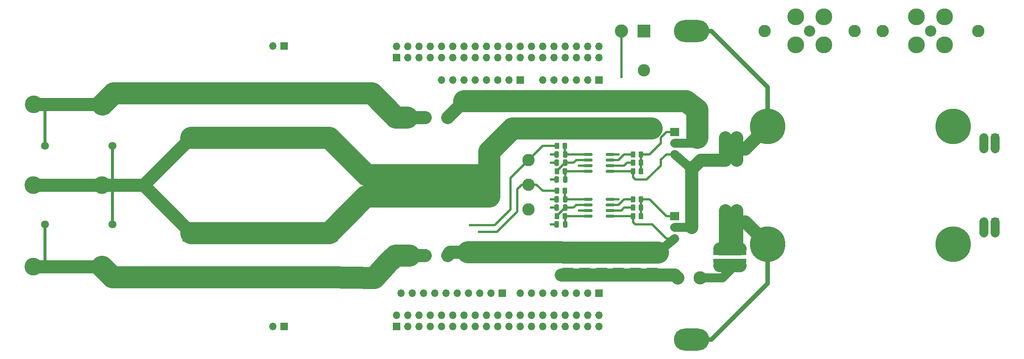
<source format=gbr>
%TF.GenerationSoftware,KiCad,Pcbnew,8.0.8*%
%TF.CreationDate,2025-05-22T14:29:20-05:00*%
%TF.ProjectId,ST2402,53543234-3032-42e6-9b69-6361645f7063,1*%
%TF.SameCoordinates,Original*%
%TF.FileFunction,Copper,L1,Top*%
%TF.FilePolarity,Positive*%
%FSLAX46Y46*%
G04 Gerber Fmt 4.6, Leading zero omitted, Abs format (unit mm)*
G04 Created by KiCad (PCBNEW 8.0.8) date 2025-05-22 14:29:20*
%MOMM*%
%LPD*%
G01*
G04 APERTURE LIST*
G04 Aperture macros list*
%AMRoundRect*
0 Rectangle with rounded corners*
0 $1 Rounding radius*
0 $2 $3 $4 $5 $6 $7 $8 $9 X,Y pos of 4 corners*
0 Add a 4 corners polygon primitive as box body*
4,1,4,$2,$3,$4,$5,$6,$7,$8,$9,$2,$3,0*
0 Add four circle primitives for the rounded corners*
1,1,$1+$1,$2,$3*
1,1,$1+$1,$4,$5*
1,1,$1+$1,$6,$7*
1,1,$1+$1,$8,$9*
0 Add four rect primitives between the rounded corners*
20,1,$1+$1,$2,$3,$4,$5,0*
20,1,$1+$1,$4,$5,$6,$7,0*
20,1,$1+$1,$6,$7,$8,$9,0*
20,1,$1+$1,$8,$9,$2,$3,0*%
G04 Aperture macros list end*
%TA.AperFunction,ComponentPad*%
%ADD10O,8.000000X5.000000*%
%TD*%
%TA.AperFunction,ComponentPad*%
%ADD11C,2.800000*%
%TD*%
%TA.AperFunction,ComponentPad*%
%ADD12C,2.540000*%
%TD*%
%TA.AperFunction,ComponentPad*%
%ADD13C,3.810000*%
%TD*%
%TA.AperFunction,SMDPad,CuDef*%
%ADD14RoundRect,0.250000X1.100000X-0.325000X1.100000X0.325000X-1.100000X0.325000X-1.100000X-0.325000X0*%
%TD*%
%TA.AperFunction,SMDPad,CuDef*%
%ADD15RoundRect,0.250000X-1.100000X0.325000X-1.100000X-0.325000X1.100000X-0.325000X1.100000X0.325000X0*%
%TD*%
%TA.AperFunction,ComponentPad*%
%ADD16C,2.000000*%
%TD*%
%TA.AperFunction,SMDPad,CuDef*%
%ADD17RoundRect,0.250000X-0.262500X-0.450000X0.262500X-0.450000X0.262500X0.450000X-0.262500X0.450000X0*%
%TD*%
%TA.AperFunction,ComponentPad*%
%ADD18R,1.700000X1.700000*%
%TD*%
%TA.AperFunction,ComponentPad*%
%ADD19O,1.700000X1.700000*%
%TD*%
%TA.AperFunction,SMDPad,CuDef*%
%ADD20RoundRect,0.250000X0.450000X-0.262500X0.450000X0.262500X-0.450000X0.262500X-0.450000X-0.262500X0*%
%TD*%
%TA.AperFunction,ComponentPad*%
%ADD21R,2.000000X1.905000*%
%TD*%
%TA.AperFunction,ComponentPad*%
%ADD22O,2.000000X1.905000*%
%TD*%
%TA.AperFunction,SMDPad,CuDef*%
%ADD23RoundRect,0.250000X0.262500X0.450000X-0.262500X0.450000X-0.262500X-0.450000X0.262500X-0.450000X0*%
%TD*%
%TA.AperFunction,ComponentPad*%
%ADD24C,8.000000*%
%TD*%
%TA.AperFunction,SMDPad,CuDef*%
%ADD25RoundRect,0.150000X-0.825000X-0.150000X0.825000X-0.150000X0.825000X0.150000X-0.825000X0.150000X0*%
%TD*%
%TA.AperFunction,SMDPad,CuDef*%
%ADD26RoundRect,0.250000X0.250000X0.475000X-0.250000X0.475000X-0.250000X-0.475000X0.250000X-0.475000X0*%
%TD*%
%TA.AperFunction,ComponentPad*%
%ADD27C,3.000000*%
%TD*%
%TA.AperFunction,ComponentPad*%
%ADD28R,3.000000X3.000000*%
%TD*%
%TA.AperFunction,ComponentPad*%
%ADD29C,1.800000*%
%TD*%
%TA.AperFunction,ComponentPad*%
%ADD30R,4.000000X4.000000*%
%TD*%
%TA.AperFunction,ComponentPad*%
%ADD31C,4.000000*%
%TD*%
%TA.AperFunction,ViaPad*%
%ADD32C,0.600000*%
%TD*%
%TA.AperFunction,Conductor*%
%ADD33C,1.000000*%
%TD*%
%TA.AperFunction,Conductor*%
%ADD34C,0.500000*%
%TD*%
%TA.AperFunction,Conductor*%
%ADD35C,2.000000*%
%TD*%
%TA.AperFunction,Conductor*%
%ADD36C,3.000000*%
%TD*%
%TA.AperFunction,Conductor*%
%ADD37C,5.000000*%
%TD*%
%TA.AperFunction,Conductor*%
%ADD38C,0.700000*%
%TD*%
G04 APERTURE END LIST*
D10*
%TO.P,TP2,1,1*%
%TO.N,Net-(J19-In)*%
X184150000Y-132080000D03*
%TD*%
%TO.P,TP1,1,1*%
%TO.N,FIX_A*%
X184150000Y-62230000D03*
%TD*%
D11*
%TO.P,TP12,1,1*%
%TO.N,GND*%
X173355000Y-71120000D03*
%TD*%
%TO.P,TP11,1,1*%
%TO.N,GND*%
X147320000Y-102616000D03*
%TD*%
%TO.P,TP6,1,1*%
%TO.N,FIX_A*%
X184150000Y-97155000D03*
%TD*%
%TO.P,TP15,1,1*%
%TO.N,Net-(J18-Pin_1)*%
X220980000Y-62230000D03*
%TD*%
%TO.P,TP14,1,1*%
%TO.N,Net-(J19-In)*%
X200660000Y-62230000D03*
%TD*%
%TO.P,TP13,1,1*%
%TO.N,Net-(J12-Pin_1)*%
X248920000Y-62230000D03*
%TD*%
%TO.P,TP10,1,1*%
%TO.N,Net-(J11-Pin_1)*%
X227330000Y-62230000D03*
%TD*%
%TO.P,TP5,1,1*%
%TO.N,PWM_L*%
X147320000Y-97028000D03*
%TD*%
%TO.P,TP4,1,1*%
%TO.N,PWM_U*%
X147320000Y-91440000D03*
%TD*%
D12*
%TO.P,J19,1,In*%
%TO.N,Net-(J19-In)*%
X210820000Y-62230000D03*
D13*
%TO.P,J19,2,Ext*%
%TO.N,Net-(J18-Pin_1)*%
X207645000Y-59055000D03*
X207645000Y-65405000D03*
X213995000Y-59055000D03*
X213995000Y-65405000D03*
%TD*%
D12*
%TO.P,J13,1,In*%
%TO.N,Net-(J11-Pin_1)*%
X238125000Y-62230000D03*
D13*
%TO.P,J13,2,Ext*%
%TO.N,Net-(J12-Pin_1)*%
X234950000Y-59055000D03*
X234950000Y-65405000D03*
X241300000Y-59055000D03*
X241300000Y-65405000D03*
%TD*%
D14*
%TO.P,C24,1*%
%TO.N,FIX_B*%
X156210000Y-116410000D03*
%TO.P,C24,2*%
%TO.N,Net-(Q2-S)*%
X156210000Y-113460000D03*
%TD*%
D15*
%TO.P,C23,1*%
%TO.N,Net-(Q1-D)*%
X156210000Y-79805000D03*
%TO.P,C23,2*%
%TO.N,FIX_B*%
X156210000Y-82755000D03*
%TD*%
D14*
%TO.P,C22,1*%
%TO.N,FIX_B*%
X160020000Y-116410000D03*
%TO.P,C22,2*%
%TO.N,Net-(Q2-S)*%
X160020000Y-113460000D03*
%TD*%
D15*
%TO.P,C1,1*%
%TO.N,Net-(Q1-D)*%
X160020000Y-79805000D03*
%TO.P,C1,2*%
%TO.N,FIX_B*%
X160020000Y-82755000D03*
%TD*%
D16*
%TO.P,F2,1*%
%TO.N,Net-(Q2-S)*%
X129032000Y-113040000D03*
%TO.P,F2,2*%
%TO.N,Net-(J17-Pin_1)*%
X123952000Y-113030000D03*
%TD*%
D17*
%TO.P,R18,1*%
%TO.N,PWM_U*%
X153712500Y-88265000D03*
%TO.P,R18,2*%
%TO.N,Net-(U6-VI)*%
X155537500Y-88265000D03*
%TD*%
D18*
%TO.P,J11,1,Pin_1*%
%TO.N,Net-(J11-Pin_1)*%
X252750000Y-105430000D03*
D19*
%TO.P,J11,2,Pin_2*%
X250210000Y-105430000D03*
%TO.P,J11,3,Pin_3*%
X252750000Y-107970000D03*
%TO.P,J11,4,Pin_4*%
X250210000Y-107970000D03*
%TD*%
D15*
%TO.P,C16,1*%
%TO.N,Net-(Q1-D)*%
X167640000Y-79805000D03*
%TO.P,C16,2*%
%TO.N,FIX_B*%
X167640000Y-82755000D03*
%TD*%
D20*
%TO.P,R3,1*%
%TO.N,Net-(J18-Pin_1)*%
X193818000Y-114300000D03*
%TO.P,R3,2*%
%TO.N,Net-(J19-In)*%
X193818000Y-112475000D03*
%TD*%
D21*
%TO.P,Q1,1,G*%
%TO.N,Net-(Q1-G)*%
X180340000Y-85090000D03*
D22*
%TO.P,Q1,2,D*%
%TO.N,Net-(Q1-D)*%
X180340000Y-87630000D03*
%TO.P,Q1,3,S*%
%TO.N,FIX_A*%
X180340000Y-90170000D03*
%TD*%
D18*
%TO.P,J22,1,Pin_1*%
%TO.N,Net-(J19-In)*%
X191765000Y-102885000D03*
D19*
%TO.P,J22,2,Pin_2*%
X194305000Y-102885000D03*
%TO.P,J22,3,Pin_3*%
X191765000Y-105425000D03*
%TO.P,J22,4,Pin_4*%
X194305000Y-105425000D03*
%TO.P,J22,5,Pin_5*%
X191765000Y-107965000D03*
%TO.P,J22,6,Pin_6*%
X194305000Y-107965000D03*
%TD*%
D18*
%TO.P,J2,1,Pin_1*%
%TO.N,unconnected-(J2-Pin_1-Pad1)*%
X117475000Y-68275000D03*
D19*
%TO.P,J2,2,Pin_2*%
%TO.N,unconnected-(J2-Pin_2-Pad2)*%
X117475000Y-65735000D03*
%TO.P,J2,3,Pin_3*%
%TO.N,unconnected-(J2-Pin_3-Pad3)*%
X120015000Y-68275000D03*
%TO.P,J2,4,Pin_4*%
%TO.N,unconnected-(J2-Pin_4-Pad4)*%
X120015000Y-65735000D03*
%TO.P,J2,5,Pin_5*%
%TO.N,unconnected-(J2-Pin_5-Pad5)*%
X122555000Y-68275000D03*
%TO.P,J2,6,Pin_6*%
%TO.N,unconnected-(J2-Pin_6-Pad6)*%
X122555000Y-65735000D03*
%TO.P,J2,7,Pin_7*%
%TO.N,unconnected-(J2-Pin_7-Pad7)*%
X125095000Y-68275000D03*
%TO.P,J2,8,Pin_8*%
%TO.N,unconnected-(J2-Pin_8-Pad8)*%
X125095000Y-65735000D03*
%TO.P,J2,9,Pin_9*%
%TO.N,unconnected-(J2-Pin_9-Pad9)*%
X127635000Y-68275000D03*
%TO.P,J2,10,Pin_10*%
%TO.N,unconnected-(J2-Pin_10-Pad10)*%
X127635000Y-65735000D03*
%TO.P,J2,11,Pin_11*%
%TO.N,unconnected-(J2-Pin_11-Pad11)*%
X130175000Y-68275000D03*
%TO.P,J2,12,Pin_12*%
%TO.N,unconnected-(J2-Pin_12-Pad12)*%
X130175000Y-65735000D03*
%TO.P,J2,13,Pin_13*%
%TO.N,unconnected-(J2-Pin_13-Pad13)*%
X132715000Y-68275000D03*
%TO.P,J2,14,Pin_14*%
%TO.N,unconnected-(J2-Pin_14-Pad14)*%
X132715000Y-65735000D03*
%TO.P,J2,15,Pin_15*%
%TO.N,unconnected-(J2-Pin_15-Pad15)*%
X135255000Y-68275000D03*
%TO.P,J2,16,Pin_16*%
%TO.N,unconnected-(J2-Pin_16-Pad16)*%
X135255000Y-65735000D03*
%TO.P,J2,17,Pin_17*%
%TO.N,unconnected-(J2-Pin_17-Pad17)*%
X137795000Y-68275000D03*
%TO.P,J2,18,Pin_18*%
%TO.N,unconnected-(J2-Pin_18-Pad18)*%
X137795000Y-65735000D03*
%TO.P,J2,19,Pin_19*%
%TO.N,unconnected-(J2-Pin_19-Pad19)*%
X140335000Y-68275000D03*
%TO.P,J2,20,Pin_20*%
%TO.N,unconnected-(J2-Pin_20-Pad20)*%
X140335000Y-65735000D03*
%TO.P,J2,21,Pin_21*%
%TO.N,unconnected-(J2-Pin_21-Pad21)*%
X142875000Y-68275000D03*
%TO.P,J2,22,Pin_22*%
%TO.N,unconnected-(J2-Pin_22-Pad22)*%
X142875000Y-65735000D03*
%TO.P,J2,23,Pin_23*%
%TO.N,unconnected-(J2-Pin_23-Pad23)*%
X145415000Y-68275000D03*
%TO.P,J2,24,Pin_24*%
%TO.N,unconnected-(J2-Pin_24-Pad24)*%
X145415000Y-65735000D03*
%TO.P,J2,25,Pin_25*%
%TO.N,unconnected-(J2-Pin_25-Pad25)*%
X147955000Y-68275000D03*
%TO.P,J2,26,Pin_26*%
%TO.N,unconnected-(J2-Pin_26-Pad26)*%
X147955000Y-65735000D03*
%TO.P,J2,27,Pin_27*%
%TO.N,unconnected-(J2-Pin_27-Pad27)*%
X150495000Y-68275000D03*
%TO.P,J2,28,Pin_28*%
%TO.N,unconnected-(J2-Pin_28-Pad28)*%
X150495000Y-65735000D03*
%TO.P,J2,29,Pin_29*%
%TO.N,unconnected-(J2-Pin_29-Pad29)*%
X153035000Y-68275000D03*
%TO.P,J2,30,Pin_30*%
%TO.N,unconnected-(J2-Pin_30-Pad30)*%
X153035000Y-65735000D03*
%TO.P,J2,31,Pin_31*%
%TO.N,unconnected-(J2-Pin_31-Pad31)*%
X155575000Y-68275000D03*
%TO.P,J2,32,Pin_32*%
%TO.N,unconnected-(J2-Pin_32-Pad32)*%
X155575000Y-65735000D03*
%TO.P,J2,33,Pin_33*%
%TO.N,unconnected-(J2-Pin_33-Pad33)*%
X158115000Y-68275000D03*
%TO.P,J2,34,Pin_34*%
%TO.N,unconnected-(J2-Pin_34-Pad34)*%
X158115000Y-65735000D03*
%TO.P,J2,35,Pin_35*%
%TO.N,unconnected-(J2-Pin_35-Pad35)*%
X160655000Y-68275000D03*
%TO.P,J2,36,Pin_36*%
%TO.N,unconnected-(J2-Pin_36-Pad36)*%
X160655000Y-65735000D03*
%TO.P,J2,37,Pin_37*%
%TO.N,unconnected-(J2-Pin_37-Pad37)*%
X163195000Y-68275000D03*
%TO.P,J2,38,Pin_38*%
%TO.N,unconnected-(J2-Pin_38-Pad38)*%
X163195000Y-65735000D03*
%TD*%
D18*
%TO.P,J12,1,Pin_1*%
%TO.N,Net-(J12-Pin_1)*%
X252750000Y-86380000D03*
D19*
%TO.P,J12,2,Pin_2*%
X250210000Y-86380000D03*
%TO.P,J12,3,Pin_3*%
X252750000Y-88920000D03*
%TO.P,J12,4,Pin_4*%
X250210000Y-88920000D03*
%TD*%
D18*
%TO.P,J4,1,Pin_1*%
%TO.N,unconnected-(J4-Pin_1-Pad1)*%
X145415000Y-73355000D03*
D19*
%TO.P,J4,2,Pin_2*%
%TO.N,unconnected-(J4-Pin_2-Pad2)*%
X142875000Y-73355000D03*
%TO.P,J4,3,Pin_3*%
%TO.N,GND*%
X140335000Y-73355000D03*
%TO.P,J4,4,Pin_4*%
%TO.N,5V*%
X137795000Y-73355000D03*
%TO.P,J4,5,Pin_5*%
%TO.N,unconnected-(J4-Pin_5-Pad5)*%
X135255000Y-73355000D03*
%TO.P,J4,6,Pin_6*%
%TO.N,unconnected-(J4-Pin_6-Pad6)*%
X132715000Y-73355000D03*
%TO.P,J4,7,Pin_7*%
%TO.N,unconnected-(J4-Pin_7-Pad7)*%
X130175000Y-73355000D03*
%TO.P,J4,8,Pin_8*%
%TO.N,unconnected-(J4-Pin_8-Pad8)*%
X127635000Y-73355000D03*
%TD*%
D23*
%TO.P,R30,1*%
%TO.N,Net-(Q1-G)*%
X172720000Y-93980000D03*
%TO.P,R30,2*%
%TO.N,FIX_A*%
X170895000Y-93980000D03*
%TD*%
D24*
%TO.P,TP18,1,1*%
%TO.N,Net-(J12-Pin_1)*%
X243205000Y-83820000D03*
%TD*%
D25*
%TO.P,U8,1,VI*%
%TO.N,Net-(U8-VI)*%
X160785000Y-100330000D03*
%TO.P,U8,2,VDDI*%
%TO.N,Net-(J9-Pin_2)*%
X160785000Y-101600000D03*
%TO.P,U8,3,GNDI*%
%TO.N,GND*%
X160785000Y-102870000D03*
%TO.P,U8,4,EN*%
%TO.N,Net-(U8-EN)*%
X160785000Y-104140000D03*
%TO.P,U8,5,GND*%
%TO.N,Net-(Q2-S)*%
X165735000Y-104140000D03*
%TO.P,U8,6,VO-*%
%TO.N,Net-(U8-VO-)*%
X165735000Y-102870000D03*
%TO.P,U8,7,VO+*%
%TO.N,Net-(U8-VO+)*%
X165735000Y-101600000D03*
%TO.P,U8,8,VDD*%
%TO.N,Net-(U7-+Vout)*%
X165735000Y-100330000D03*
%TD*%
D26*
%TO.P,C8,1*%
%TO.N,Net-(U6-EN)*%
X155575000Y-95885000D03*
%TO.P,C8,2*%
%TO.N,GND*%
X153675000Y-95885000D03*
%TD*%
D17*
%TO.P,R21,1*%
%TO.N,Net-(J9-Pin_2)*%
X153712500Y-104140000D03*
%TO.P,R21,2*%
%TO.N,Net-(U8-EN)*%
X155537500Y-104140000D03*
%TD*%
D27*
%TO.P,J14,1,Pin_1*%
%TO.N,FIX_B*%
X180975000Y-118110000D03*
%TD*%
D26*
%TO.P,C3,1*%
%TO.N,Net-(U8-VI)*%
X155575000Y-100330000D03*
%TO.P,C3,2*%
%TO.N,GND*%
X153675000Y-100330000D03*
%TD*%
D23*
%TO.P,R31,1*%
%TO.N,Net-(Q2-G)*%
X172720000Y-104140000D03*
%TO.P,R31,2*%
%TO.N,Net-(Q2-S)*%
X170895000Y-104140000D03*
%TD*%
D28*
%TO.P,J9,1,Pin_1*%
%TO.N,GND*%
X173355000Y-62230000D03*
D27*
%TO.P,J9,2,Pin_2*%
%TO.N,Net-(J9-Pin_2)*%
X168275000Y-62230000D03*
%TD*%
D15*
%TO.P,C12,1*%
%TO.N,Net-(Q1-D)*%
X163830000Y-79805000D03*
%TO.P,C12,2*%
%TO.N,FIX_B*%
X163830000Y-82755000D03*
%TD*%
D16*
%TO.P,F1,1*%
%TO.N,Net-(Q1-D)*%
X129032000Y-81798000D03*
%TO.P,F1,2*%
%TO.N,Net-(J15-Pin_1)*%
X123952000Y-81788000D03*
%TD*%
D17*
%TO.P,R23,1*%
%TO.N,Net-(U8-VO-)*%
X170895000Y-102235000D03*
%TO.P,R23,2*%
%TO.N,Net-(Q2-G)*%
X172720000Y-102235000D03*
%TD*%
%TO.P,R19,1*%
%TO.N,PWM_L*%
X153712500Y-98425000D03*
%TO.P,R19,2*%
%TO.N,Net-(U8-VI)*%
X155537500Y-98425000D03*
%TD*%
%TO.P,R29,1*%
%TO.N,Net-(U6-VO-)*%
X170895000Y-92075000D03*
%TO.P,R29,2*%
%TO.N,Net-(Q1-G)*%
X172720000Y-92075000D03*
%TD*%
D14*
%TO.P,C19,1*%
%TO.N,FIX_B*%
X171450000Y-116410000D03*
%TO.P,C19,2*%
%TO.N,Net-(Q2-S)*%
X171450000Y-113460000D03*
%TD*%
D17*
%TO.P,R22,1*%
%TO.N,Net-(U8-VO+)*%
X170895000Y-100330000D03*
%TO.P,R22,2*%
%TO.N,Net-(Q2-G)*%
X172720000Y-100330000D03*
%TD*%
D29*
%TO.P,R9,1*%
%TO.N,Net-(J15-Pin_1)*%
X38100000Y-88265000D03*
%TO.P,R9,2*%
%TO.N,FIX_B*%
X53340000Y-88265000D03*
%TD*%
D25*
%TO.P,U6,1,VI*%
%TO.N,Net-(U6-VI)*%
X160785000Y-90170000D03*
%TO.P,U6,2,VDDI*%
%TO.N,Net-(J9-Pin_2)*%
X160785000Y-91440000D03*
%TO.P,U6,3,GNDI*%
%TO.N,GND*%
X160785000Y-92710000D03*
%TO.P,U6,4,EN*%
%TO.N,Net-(U6-EN)*%
X160785000Y-93980000D03*
%TO.P,U6,5,GND*%
%TO.N,FIX_A*%
X165735000Y-93980000D03*
%TO.P,U6,6,VO-*%
%TO.N,Net-(U6-VO-)*%
X165735000Y-92710000D03*
%TO.P,U6,7,VO+*%
%TO.N,Net-(U6-VO+)*%
X165735000Y-91440000D03*
%TO.P,U6,8,VDD*%
%TO.N,Net-(U1-+Vout)*%
X165735000Y-90170000D03*
%TD*%
D24*
%TO.P,TP17,1,1*%
%TO.N,Net-(J19-In)*%
X201295000Y-110490000D03*
%TD*%
D30*
%TO.P,C14,1*%
%TO.N,FIX_B*%
X102235000Y-107950000D03*
D31*
%TO.P,C14,2*%
%TO.N,Net-(J17-Pin_1)*%
X102235000Y-117950000D03*
%TD*%
D18*
%TO.P,J1,1,Pin_1*%
%TO.N,unconnected-(J1-Pin_1-Pad1)*%
X117475000Y-129185000D03*
D19*
%TO.P,J1,2,Pin_2*%
%TO.N,unconnected-(J1-Pin_2-Pad2)*%
X117475000Y-126645000D03*
%TO.P,J1,3,Pin_3*%
%TO.N,unconnected-(J1-Pin_3-Pad3)*%
X120015000Y-129185000D03*
%TO.P,J1,4,Pin_4*%
%TO.N,unconnected-(J1-Pin_4-Pad4)*%
X120015000Y-126645000D03*
%TO.P,J1,5,Pin_5*%
%TO.N,unconnected-(J1-Pin_5-Pad5)*%
X122555000Y-129185000D03*
%TO.P,J1,6,Pin_6*%
%TO.N,unconnected-(J1-Pin_6-Pad6)*%
X122555000Y-126645000D03*
%TO.P,J1,7,Pin_7*%
%TO.N,unconnected-(J1-Pin_7-Pad7)*%
X125095000Y-129185000D03*
%TO.P,J1,8,Pin_8*%
%TO.N,unconnected-(J1-Pin_8-Pad8)*%
X125095000Y-126645000D03*
%TO.P,J1,9,Pin_9*%
%TO.N,unconnected-(J1-Pin_9-Pad9)*%
X127635000Y-129185000D03*
%TO.P,J1,10,Pin_10*%
%TO.N,unconnected-(J1-Pin_10-Pad10)*%
X127635000Y-126645000D03*
%TO.P,J1,11,Pin_11*%
%TO.N,unconnected-(J1-Pin_11-Pad11)*%
X130175000Y-129185000D03*
%TO.P,J1,12,Pin_12*%
%TO.N,unconnected-(J1-Pin_12-Pad12)*%
X130175000Y-126645000D03*
%TO.P,J1,13,Pin_13*%
%TO.N,unconnected-(J1-Pin_13-Pad13)*%
X132715000Y-129185000D03*
%TO.P,J1,14,Pin_14*%
%TO.N,unconnected-(J1-Pin_14-Pad14)*%
X132715000Y-126645000D03*
%TO.P,J1,15,Pin_15*%
%TO.N,unconnected-(J1-Pin_15-Pad15)*%
X135255000Y-129185000D03*
%TO.P,J1,16,Pin_16*%
%TO.N,unconnected-(J1-Pin_16-Pad16)*%
X135255000Y-126645000D03*
%TO.P,J1,17,Pin_17*%
%TO.N,unconnected-(J1-Pin_17-Pad17)*%
X137795000Y-129185000D03*
%TO.P,J1,18,Pin_18*%
%TO.N,unconnected-(J1-Pin_18-Pad18)*%
X137795000Y-126645000D03*
%TO.P,J1,19,Pin_19*%
%TO.N,unconnected-(J1-Pin_19-Pad19)*%
X140335000Y-129185000D03*
%TO.P,J1,20,Pin_20*%
%TO.N,unconnected-(J1-Pin_20-Pad20)*%
X140335000Y-126645000D03*
%TO.P,J1,21,Pin_21*%
%TO.N,unconnected-(J1-Pin_21-Pad21)*%
X142875000Y-129185000D03*
%TO.P,J1,22,Pin_22*%
%TO.N,unconnected-(J1-Pin_22-Pad22)*%
X142875000Y-126645000D03*
%TO.P,J1,23,Pin_23*%
%TO.N,unconnected-(J1-Pin_23-Pad23)*%
X145415000Y-129185000D03*
%TO.P,J1,24,Pin_24*%
%TO.N,unconnected-(J1-Pin_24-Pad24)*%
X145415000Y-126645000D03*
%TO.P,J1,25,Pin_25*%
%TO.N,unconnected-(J1-Pin_25-Pad25)*%
X147955000Y-129185000D03*
%TO.P,J1,26,Pin_26*%
%TO.N,unconnected-(J1-Pin_26-Pad26)*%
X147955000Y-126645000D03*
%TO.P,J1,27,Pin_27*%
%TO.N,unconnected-(J1-Pin_27-Pad27)*%
X150495000Y-129185000D03*
%TO.P,J1,28,Pin_28*%
%TO.N,unconnected-(J1-Pin_28-Pad28)*%
X150495000Y-126645000D03*
%TO.P,J1,29,Pin_29*%
%TO.N,unconnected-(J1-Pin_29-Pad29)*%
X153035000Y-129185000D03*
%TO.P,J1,30,Pin_30*%
%TO.N,unconnected-(J1-Pin_30-Pad30)*%
X153035000Y-126645000D03*
%TO.P,J1,31,Pin_31*%
%TO.N,unconnected-(J1-Pin_31-Pad31)*%
X155575000Y-129185000D03*
%TO.P,J1,32,Pin_32*%
%TO.N,unconnected-(J1-Pin_32-Pad32)*%
X155575000Y-126645000D03*
%TO.P,J1,33,Pin_33*%
%TO.N,unconnected-(J1-Pin_33-Pad33)*%
X158115000Y-129185000D03*
%TO.P,J1,34,Pin_34*%
%TO.N,unconnected-(J1-Pin_34-Pad34)*%
X158115000Y-126645000D03*
%TO.P,J1,35,Pin_35*%
%TO.N,unconnected-(J1-Pin_35-Pad35)*%
X160655000Y-129185000D03*
%TO.P,J1,36,Pin_36*%
%TO.N,unconnected-(J1-Pin_36-Pad36)*%
X160655000Y-126645000D03*
%TO.P,J1,37,Pin_37*%
%TO.N,unconnected-(J1-Pin_37-Pad37)*%
X163195000Y-129185000D03*
%TO.P,J1,38,Pin_38*%
%TO.N,unconnected-(J1-Pin_38-Pad38)*%
X163195000Y-126645000D03*
%TD*%
D17*
%TO.P,R24,1*%
%TO.N,Net-(U6-VO+)*%
X170895000Y-90170000D03*
%TO.P,R24,2*%
%TO.N,Net-(Q1-G)*%
X172720000Y-90170000D03*
%TD*%
D30*
%TO.P,C10,1*%
%TO.N,Net-(J15-Pin_1)*%
X71120000Y-76360000D03*
D31*
%TO.P,C10,2*%
%TO.N,FIX_B*%
X71120000Y-86360000D03*
%TD*%
D18*
%TO.P,J8,1,Pin_1*%
%TO.N,unconnected-(J8-Pin_1-Pad1)*%
X92075000Y-65659000D03*
D19*
%TO.P,J8,2,Pin_2*%
%TO.N,unconnected-(J8-Pin_2-Pad2)*%
X89535000Y-65659000D03*
%TD*%
D26*
%TO.P,C7,1*%
%TO.N,Net-(J9-Pin_2)*%
X155575000Y-102235000D03*
%TO.P,C7,2*%
%TO.N,GND*%
X153675000Y-102235000D03*
%TD*%
D14*
%TO.P,C21,1*%
%TO.N,FIX_B*%
X175260000Y-116410000D03*
%TO.P,C21,2*%
%TO.N,Net-(Q2-S)*%
X175260000Y-113460000D03*
%TD*%
D18*
%TO.P,J6,1,Pin_1*%
%TO.N,unconnected-(J6-Pin_1-Pad1)*%
X141395000Y-121585000D03*
D19*
%TO.P,J6,2,Pin_2*%
%TO.N,unconnected-(J6-Pin_2-Pad2)*%
X138855000Y-121585000D03*
%TO.P,J6,3,Pin_3*%
%TO.N,unconnected-(J6-Pin_3-Pad3)*%
X136315000Y-121585000D03*
%TO.P,J6,4,Pin_4*%
%TO.N,unconnected-(J6-Pin_4-Pad4)*%
X133775000Y-121585000D03*
%TO.P,J6,5,Pin_5*%
%TO.N,unconnected-(J6-Pin_5-Pad5)*%
X131235000Y-121585000D03*
%TO.P,J6,6,Pin_6*%
%TO.N,unconnected-(J6-Pin_6-Pad6)*%
X128695000Y-121585000D03*
%TO.P,J6,7,Pin_7*%
%TO.N,unconnected-(J6-Pin_7-Pad7)*%
X126155000Y-121585000D03*
%TO.P,J6,8,Pin_8*%
%TO.N,unconnected-(J6-Pin_8-Pad8)*%
X123615000Y-121585000D03*
%TO.P,J6,9,Pin_9*%
%TO.N,unconnected-(J6-Pin_9-Pad9)*%
X121075000Y-121585000D03*
%TO.P,J6,10,Pin_10*%
%TO.N,unconnected-(J6-Pin_10-Pad10)*%
X118535000Y-121585000D03*
%TD*%
D20*
%TO.P,R1,1*%
%TO.N,Net-(J18-Pin_1)*%
X189738000Y-114300000D03*
%TO.P,R1,2*%
%TO.N,Net-(J19-In)*%
X189738000Y-112475000D03*
%TD*%
D15*
%TO.P,C20,1*%
%TO.N,Net-(Q1-D)*%
X175260000Y-79805000D03*
%TO.P,C20,2*%
%TO.N,FIX_B*%
X175260000Y-82755000D03*
%TD*%
D20*
%TO.P,R4,1*%
%TO.N,Net-(J18-Pin_1)*%
X195818000Y-114300000D03*
%TO.P,R4,2*%
%TO.N,Net-(J19-In)*%
X195818000Y-112475000D03*
%TD*%
D15*
%TO.P,C18,1*%
%TO.N,Net-(Q1-D)*%
X171450000Y-79805000D03*
%TO.P,C18,2*%
%TO.N,FIX_B*%
X171450000Y-82755000D03*
%TD*%
D27*
%TO.P,J18,1,Pin_1*%
%TO.N,Net-(J18-Pin_1)*%
X186055000Y-118110000D03*
%TD*%
D31*
%TO.P,J16,1,Pin_1*%
%TO.N,FIX_B*%
X50930000Y-97155000D03*
X35430000Y-97155000D03*
%TD*%
D26*
%TO.P,C5,1*%
%TO.N,Net-(J9-Pin_2)*%
X155575000Y-92075000D03*
%TO.P,C5,2*%
%TO.N,GND*%
X153675000Y-92075000D03*
%TD*%
D21*
%TO.P,Q2,1,G*%
%TO.N,Net-(Q2-G)*%
X180340000Y-104140000D03*
D22*
%TO.P,Q2,2,D*%
%TO.N,FIX_A*%
X180340000Y-106680000D03*
%TO.P,Q2,3,S*%
%TO.N,Net-(Q2-S)*%
X180340000Y-109220000D03*
%TD*%
D18*
%TO.P,J5,1,Pin_1*%
%TO.N,unconnected-(J5-Pin_1-Pad1)*%
X163195000Y-73355000D03*
D19*
%TO.P,J5,2,Pin_2*%
%TO.N,unconnected-(J5-Pin_2-Pad2)*%
X160655000Y-73355000D03*
%TO.P,J5,3,Pin_3*%
%TO.N,unconnected-(J5-Pin_3-Pad3)*%
X158115000Y-73355000D03*
%TO.P,J5,4,Pin_4*%
%TO.N,unconnected-(J5-Pin_4-Pad4)*%
X155575000Y-73355000D03*
%TO.P,J5,5,Pin_5*%
%TO.N,unconnected-(J5-Pin_5-Pad5)*%
X153035000Y-73355000D03*
%TO.P,J5,6,Pin_6*%
%TO.N,unconnected-(J5-Pin_6-Pad6)*%
X150495000Y-73355000D03*
%TD*%
D24*
%TO.P,TP16,1,1*%
%TO.N,FIX_A*%
X201295000Y-83820000D03*
%TD*%
D29*
%TO.P,R10,1*%
%TO.N,FIX_B*%
X53340000Y-106045000D03*
%TO.P,R10,2*%
%TO.N,Net-(J17-Pin_1)*%
X38100000Y-106045000D03*
%TD*%
D26*
%TO.P,C9,1*%
%TO.N,Net-(U8-EN)*%
X155575000Y-106045000D03*
%TO.P,C9,2*%
%TO.N,GND*%
X153675000Y-106045000D03*
%TD*%
%TO.P,C2,1*%
%TO.N,Net-(U6-VI)*%
X155575000Y-90170000D03*
%TO.P,C2,2*%
%TO.N,GND*%
X153675000Y-90170000D03*
%TD*%
D31*
%TO.P,J17,1,Pin_1*%
%TO.N,Net-(J17-Pin_1)*%
X50930000Y-115570000D03*
X35430000Y-115570000D03*
%TD*%
%TO.P,J15,1,Pin_1*%
%TO.N,Net-(J15-Pin_1)*%
X51060000Y-78900000D03*
X35560000Y-78900000D03*
%TD*%
D14*
%TO.P,C17,1*%
%TO.N,FIX_B*%
X167640000Y-116410000D03*
%TO.P,C17,2*%
%TO.N,Net-(Q2-S)*%
X167640000Y-113460000D03*
%TD*%
D30*
%TO.P,C13,1*%
%TO.N,FIX_B*%
X71120000Y-107950000D03*
D31*
%TO.P,C13,2*%
%TO.N,Net-(J17-Pin_1)*%
X71120000Y-117950000D03*
%TD*%
D18*
%TO.P,J7,1,Pin_1*%
%TO.N,unconnected-(J7-Pin_1-Pad1)*%
X92075000Y-129185000D03*
D19*
%TO.P,J7,2,Pin_2*%
%TO.N,unconnected-(J7-Pin_2-Pad2)*%
X89535000Y-129185000D03*
%TD*%
D14*
%TO.P,C15,1*%
%TO.N,FIX_B*%
X163830000Y-116410000D03*
%TO.P,C15,2*%
%TO.N,Net-(Q2-S)*%
X163830000Y-113460000D03*
%TD*%
D18*
%TO.P,J3,1,Pin_1*%
%TO.N,unconnected-(J3-Pin_1-Pad1)*%
X163195000Y-121585000D03*
D19*
%TO.P,J3,2,Pin_2*%
%TO.N,unconnected-(J3-Pin_2-Pad2)*%
X160655000Y-121585000D03*
%TO.P,J3,3,Pin_3*%
%TO.N,unconnected-(J3-Pin_3-Pad3)*%
X158115000Y-121585000D03*
%TO.P,J3,4,Pin_4*%
%TO.N,unconnected-(J3-Pin_4-Pad4)*%
X155575000Y-121585000D03*
%TO.P,J3,5,Pin_5*%
%TO.N,unconnected-(J3-Pin_5-Pad5)*%
X153035000Y-121585000D03*
%TO.P,J3,6,Pin_6*%
%TO.N,PWM_L*%
X150495000Y-121585000D03*
%TO.P,J3,7,Pin_7*%
%TO.N,PWM_U*%
X147955000Y-121585000D03*
%TO.P,J3,8,Pin_8*%
%TO.N,unconnected-(J3-Pin_8-Pad8)*%
X145415000Y-121585000D03*
%TD*%
D17*
%TO.P,R20,1*%
%TO.N,Net-(J9-Pin_2)*%
X153712500Y-93980000D03*
%TO.P,R20,2*%
%TO.N,Net-(U6-EN)*%
X155537500Y-93980000D03*
%TD*%
D18*
%TO.P,J21,1,Pin_1*%
%TO.N,FIX_A*%
X191770000Y-86360000D03*
D19*
%TO.P,J21,2,Pin_2*%
X194310000Y-86360000D03*
%TO.P,J21,3,Pin_3*%
X191770000Y-88900000D03*
%TO.P,J21,4,Pin_4*%
X194310000Y-88900000D03*
%TO.P,J21,5,Pin_5*%
X191770000Y-91440000D03*
%TO.P,J21,6,Pin_6*%
X194310000Y-91440000D03*
%TD*%
D24*
%TO.P,TP19,1,1*%
%TO.N,Net-(J11-Pin_1)*%
X243205000Y-110490000D03*
%TD*%
D20*
%TO.P,R2,1*%
%TO.N,Net-(J18-Pin_1)*%
X191818000Y-114300000D03*
%TO.P,R2,2*%
%TO.N,Net-(J19-In)*%
X191818000Y-112475000D03*
%TD*%
D30*
%TO.P,C11,1*%
%TO.N,Net-(J15-Pin_1)*%
X102235000Y-76360000D03*
D31*
%TO.P,C11,2*%
%TO.N,FIX_B*%
X102235000Y-86360000D03*
%TD*%
D32*
%TO.N,FIX_B*%
X155575000Y-117856000D03*
X156845000Y-117856000D03*
X156210000Y-117856000D03*
X159385000Y-117856000D03*
X160655000Y-117856000D03*
X160020000Y-117856000D03*
%TO.N,Net-(J9-Pin_2)*%
X168275000Y-72644000D03*
%TO.N,Net-(J18-Pin_1)*%
X190500000Y-115316000D03*
X191262000Y-115316000D03*
X192024000Y-115316000D03*
X193548000Y-115316000D03*
%TO.N,Net-(J19-In)*%
X195072000Y-111506000D03*
X193548000Y-111506000D03*
X192024000Y-111506000D03*
X190500000Y-111506000D03*
%TO.N,PWM_L*%
X136144000Y-107696000D03*
%TO.N,PWM_U*%
X134112000Y-106172000D03*
%TO.N,Net-(Q2-S)*%
X175260000Y-106045000D03*
%TO.N,FIX_A*%
X177228500Y-91376500D03*
%TO.N,GND*%
X152400000Y-90170000D03*
X158750000Y-92710000D03*
X152400000Y-92075000D03*
X152400000Y-102235000D03*
X152400000Y-95885000D03*
X158750000Y-102870000D03*
X152400000Y-100330000D03*
X152400000Y-106045000D03*
%TO.N,Net-(J9-Pin_2)*%
X158115000Y-91440000D03*
X158115000Y-101600000D03*
%TO.N,FIX_B*%
X139192000Y-99568000D03*
X139192000Y-93980000D03*
X163195000Y-117856000D03*
X175260000Y-117856000D03*
X139192000Y-100584000D03*
X137160000Y-94996000D03*
X174625000Y-117856000D03*
X138176000Y-93980000D03*
X139192000Y-94996000D03*
X138176000Y-98552000D03*
X139192000Y-96012000D03*
X171450000Y-117856000D03*
X137160000Y-98552000D03*
X138176000Y-96012000D03*
X168275000Y-117856000D03*
X138176000Y-94996000D03*
X163830000Y-117856000D03*
X137160000Y-99568000D03*
X137160000Y-96012000D03*
X175895000Y-117856000D03*
X167005000Y-117856000D03*
X137160000Y-93980000D03*
X138176000Y-99568000D03*
X172085000Y-117856000D03*
X139192000Y-98552000D03*
X137160000Y-100584000D03*
X138176000Y-100584000D03*
X164465000Y-117856000D03*
X170815000Y-117856000D03*
X167640000Y-117856000D03*
%TO.N,Net-(J18-Pin_1)*%
X194310000Y-115316000D03*
X195072000Y-115316000D03*
%TO.N,Net-(J19-In)*%
X194310000Y-111506000D03*
X191262000Y-111506000D03*
%TO.N,Net-(U1-+Vout)*%
X167640000Y-90170000D03*
%TO.N,Net-(U7-+Vout)*%
X167640000Y-100330000D03*
%TD*%
D33*
%TO.N,FIX_A*%
X201295000Y-74930000D02*
X201295000Y-83820000D01*
X188595000Y-62230000D02*
X201295000Y-74930000D01*
X184150000Y-62230000D02*
X188595000Y-62230000D01*
%TO.N,Net-(J19-In)*%
X201295000Y-119380000D02*
X201295000Y-110490000D01*
X184150000Y-132080000D02*
X188595000Y-132080000D01*
X188595000Y-132080000D02*
X201295000Y-119380000D01*
D34*
%TO.N,Net-(J9-Pin_2)*%
X168275000Y-62230000D02*
X168275000Y-72644000D01*
D35*
%TO.N,Net-(J11-Pin_1)*%
X252750000Y-105430000D02*
X252750000Y-107970000D01*
X250210000Y-105430000D02*
X250210000Y-107970000D01*
%TO.N,Net-(J12-Pin_1)*%
X252750000Y-86380000D02*
X252750000Y-88920000D01*
X250210000Y-86380000D02*
X250210000Y-88920000D01*
D36*
%TO.N,FIX_B*%
X180340000Y-117475000D02*
X154686000Y-117475000D01*
X180975000Y-118110000D02*
X180340000Y-117475000D01*
%TO.N,FIX_A*%
X184150000Y-106680000D02*
X184150000Y-93472000D01*
X186182000Y-91440000D02*
X191770000Y-91440000D01*
X184150000Y-93472000D02*
X186182000Y-91440000D01*
D35*
X180340000Y-90170000D02*
X184150000Y-93472000D01*
X180340000Y-106680000D02*
X184150000Y-106680000D01*
D36*
%TO.N,Net-(J19-In)*%
X190500000Y-111506000D02*
X195072000Y-111506000D01*
%TO.N,Net-(J18-Pin_1)*%
X190500000Y-115316000D02*
X195072000Y-115316000D01*
%TO.N,Net-(J19-In)*%
X194305000Y-111501000D02*
X194310000Y-111506000D01*
X194305000Y-110236000D02*
X194305000Y-111501000D01*
X194305000Y-110236000D02*
X194305000Y-111252000D01*
X194305000Y-107965000D02*
X194305000Y-110236000D01*
D33*
X194305000Y-102885000D02*
X194305000Y-111252000D01*
X194305000Y-111252000D02*
X194305000Y-112470000D01*
X191765000Y-111252000D02*
X191765000Y-112422000D01*
D36*
X191765000Y-107965000D02*
X191765000Y-111252000D01*
X194305000Y-102885000D02*
X194305000Y-107965000D01*
X191765000Y-102885000D02*
X191765000Y-107965000D01*
%TO.N,FIX_A*%
X191770000Y-88900000D02*
X191770000Y-91440000D01*
X191770000Y-88900000D02*
X191770000Y-86360000D01*
X194310000Y-88900000D02*
X194310000Y-86360000D01*
X194310000Y-88900000D02*
X194310000Y-91440000D01*
X196215000Y-88900000D02*
X201295000Y-83820000D01*
X194310000Y-88900000D02*
X196215000Y-88900000D01*
%TO.N,Net-(J19-In)*%
X196230000Y-105425000D02*
X201295000Y-110490000D01*
X194305000Y-105425000D02*
X196230000Y-105425000D01*
D34*
%TO.N,PWM_L*%
X144780000Y-98044000D02*
X144780000Y-103124000D01*
X145796000Y-97028000D02*
X144780000Y-98044000D01*
X147320000Y-97028000D02*
X145796000Y-97028000D01*
%TO.N,PWM_U*%
X147320000Y-91440000D02*
X150495000Y-88265000D01*
X150495000Y-88265000D02*
X153712500Y-88265000D01*
X139700000Y-106172000D02*
X134112000Y-106172000D01*
X143256000Y-102616000D02*
X139700000Y-106172000D01*
X143256000Y-95504000D02*
X143256000Y-102616000D01*
X147320000Y-91440000D02*
X143256000Y-95504000D01*
%TO.N,PWM_L*%
X140208000Y-107696000D02*
X136144000Y-107696000D01*
X144780000Y-103124000D02*
X140208000Y-107696000D01*
X149098000Y-97028000D02*
X147320000Y-97028000D01*
X150495000Y-98425000D02*
X149098000Y-97028000D01*
%TO.N,FIX_A*%
X177228500Y-91376500D02*
X178435000Y-90170000D01*
%TO.N,GND*%
X152400000Y-102235000D02*
X153675000Y-102235000D01*
X152400000Y-90170000D02*
X153675000Y-90170000D01*
X158750000Y-92710000D02*
X160785000Y-92710000D01*
X152400000Y-106045000D02*
X153675000Y-106045000D01*
X152400000Y-100330000D02*
X153675000Y-100330000D01*
X152400000Y-95885000D02*
X153675000Y-95885000D01*
X152400000Y-92075000D02*
X153675000Y-92075000D01*
X158750000Y-102870000D02*
X160785000Y-102870000D01*
%TO.N,Net-(J9-Pin_2)*%
X157480000Y-92075000D02*
X158115000Y-91440000D01*
X155575000Y-102235000D02*
X157480000Y-102235000D01*
X155575000Y-92075000D02*
X157480000Y-92075000D01*
X153712500Y-104140000D02*
X153712500Y-104097500D01*
X158115000Y-101600000D02*
X160785000Y-101600000D01*
X153712500Y-93980000D02*
X153712500Y-93937500D01*
X153712500Y-93937500D02*
X155575000Y-92075000D01*
X153712500Y-104097500D02*
X155575000Y-102235000D01*
X158115000Y-91440000D02*
X160785000Y-91440000D01*
X157480000Y-102235000D02*
X158115000Y-101600000D01*
%TO.N,Net-(U6-VI)*%
X155537500Y-90132500D02*
X155575000Y-90170000D01*
X155575000Y-90170000D02*
X160785000Y-90170000D01*
X155537500Y-88265000D02*
X155537500Y-90132500D01*
%TO.N,Net-(U8-VI)*%
X155575000Y-100330000D02*
X160785000Y-100330000D01*
X155537500Y-98425000D02*
X155537500Y-100292500D01*
X155537500Y-100292500D02*
X155575000Y-100330000D01*
%TO.N,Net-(U6-EN)*%
X155575000Y-94017500D02*
X155537500Y-93980000D01*
X155575000Y-95885000D02*
X155575000Y-94017500D01*
X155537500Y-93980000D02*
X160785000Y-93980000D01*
%TO.N,Net-(U8-EN)*%
X155575000Y-106045000D02*
X155575000Y-104177500D01*
X155575000Y-104177500D02*
X155537500Y-104140000D01*
X155537500Y-104140000D02*
X160785000Y-104140000D01*
%TO.N,FIX_A*%
X173990000Y-95885000D02*
X177165000Y-92710000D01*
D33*
X194310000Y-86360000D02*
X194310000Y-91440000D01*
D34*
X177165000Y-92710000D02*
X177165000Y-91440000D01*
D33*
X191770000Y-86360000D02*
X194310000Y-86360000D01*
D34*
X178435000Y-90170000D02*
X180340000Y-90170000D01*
X165735000Y-93980000D02*
X170895000Y-93980000D01*
X170895000Y-93980000D02*
X170895000Y-95330000D01*
X170895000Y-95330000D02*
X171450000Y-95885000D01*
D33*
X194310000Y-91440000D02*
X191770000Y-91440000D01*
D34*
X177165000Y-91440000D02*
X177228500Y-91376500D01*
D36*
X194310000Y-88900000D02*
X191770000Y-88900000D01*
D33*
X191770000Y-86360000D02*
X191770000Y-91440000D01*
D34*
X171450000Y-95885000D02*
X173990000Y-95885000D01*
D36*
%TO.N,FIX_B*%
X60325000Y-97155000D02*
X71120000Y-86360000D01*
D37*
X110765000Y-94890000D02*
X102235000Y-86360000D01*
X102235000Y-86360000D02*
X71120000Y-86360000D01*
X138430000Y-99695000D02*
X110490000Y-99695000D01*
D36*
X35430000Y-97155000D02*
X50930000Y-97155000D01*
D37*
X110490000Y-99695000D02*
X102235000Y-107950000D01*
X138430000Y-89535000D02*
X138430000Y-99695000D01*
X110765000Y-94890000D02*
X138430000Y-94890000D01*
D36*
X60325000Y-97155000D02*
X71120000Y-107950000D01*
D37*
X102235000Y-107950000D02*
X71120000Y-107950000D01*
X175079035Y-84274035D02*
X143690965Y-84274035D01*
D36*
X50930000Y-97155000D02*
X60325000Y-97155000D01*
D38*
X53340000Y-88265000D02*
X53340000Y-97155000D01*
X53340000Y-106045000D02*
X53340000Y-97155000D01*
D37*
X143690965Y-84274035D02*
X138430000Y-89535000D01*
D36*
%TO.N,Net-(J17-Pin_1)*%
X35430000Y-115570000D02*
X38100000Y-115570000D01*
D37*
X117235000Y-113030000D02*
X115570000Y-114695000D01*
D38*
X38100000Y-106045000D02*
X38100000Y-115570000D01*
D37*
X120396000Y-113030000D02*
X117235000Y-113030000D01*
X71120000Y-117950000D02*
X53310000Y-117950000D01*
X102235000Y-117950000D02*
X71120000Y-117950000D01*
D36*
X123952000Y-113030000D02*
X120396000Y-113030000D01*
D37*
X112395000Y-118110000D02*
X102235000Y-117950000D01*
X115570000Y-114695000D02*
X112395000Y-118110000D01*
X53310000Y-117950000D02*
X50930000Y-115570000D01*
D36*
X38100000Y-115570000D02*
X50930000Y-115570000D01*
%TO.N,Net-(J15-Pin_1)*%
X35560000Y-78900000D02*
X38100000Y-78900000D01*
X119888000Y-81788000D02*
X123952000Y-81788000D01*
X38100000Y-78900000D02*
X51060000Y-78900000D01*
D37*
X102235000Y-76360000D02*
X111920000Y-76360000D01*
X71120000Y-76360000D02*
X53600000Y-76360000D01*
X102235000Y-76360000D02*
X71120000Y-76360000D01*
X117348000Y-81788000D02*
X119888000Y-81788000D01*
X111920000Y-76360000D02*
X117348000Y-81788000D01*
X53600000Y-76360000D02*
X51060000Y-78900000D01*
D38*
X38100000Y-88265000D02*
X38100000Y-78900000D01*
D35*
%TO.N,Net-(J18-Pin_1)*%
X193040000Y-116205000D02*
X191135000Y-118110000D01*
D33*
X195818000Y-114300000D02*
X193040000Y-114300000D01*
X193040000Y-114300000D02*
X189738000Y-114300000D01*
X186055000Y-118110000D02*
X189865000Y-118110000D01*
X189865000Y-118110000D02*
X190500000Y-118110000D01*
D35*
X191135000Y-118110000D02*
X186055000Y-118110000D01*
D33*
%TO.N,Net-(J19-In)*%
X194310000Y-112475000D02*
X195818000Y-112475000D01*
X191765000Y-107965000D02*
X194305000Y-107965000D01*
X191765000Y-112422000D02*
X191818000Y-112475000D01*
X194305000Y-112470000D02*
X194310000Y-112475000D01*
X191765000Y-102885000D02*
X194305000Y-102885000D01*
X189738000Y-112475000D02*
X194310000Y-112475000D01*
D35*
%TO.N,Net-(Q1-D)*%
X184150000Y-87630000D02*
X185420000Y-86360000D01*
D37*
X185420000Y-80010000D02*
X185420000Y-86360000D01*
D35*
X180340000Y-87630000D02*
X184150000Y-87630000D01*
D36*
X129032000Y-81798000D02*
X132725000Y-78095000D01*
D37*
X132725000Y-78095000D02*
X182880000Y-78105000D01*
X182880000Y-78105000D02*
X185420000Y-80010000D01*
D34*
%TO.N,Net-(U1-+Vout)*%
X167640000Y-90170000D02*
X165735000Y-90170000D01*
%TO.N,Net-(U7-+Vout)*%
X167640000Y-100330000D02*
X165735000Y-100330000D01*
%TO.N,PWM_L*%
X150495000Y-98425000D02*
X153712500Y-98425000D01*
%TO.N,Net-(Q1-G)*%
X177165000Y-86360000D02*
X178435000Y-85090000D01*
X172720000Y-90170000D02*
X174625000Y-90170000D01*
X178435000Y-85090000D02*
X180340000Y-85090000D01*
X174625000Y-90170000D02*
X177165000Y-87630000D01*
X177165000Y-87630000D02*
X177165000Y-86360000D01*
X172720000Y-90170000D02*
X172720000Y-93980000D01*
%TO.N,Net-(Q2-G)*%
X172720000Y-100330000D02*
X172720000Y-104140000D01*
X172720000Y-100330000D02*
X174625000Y-100330000D01*
X178435000Y-104140000D02*
X180340000Y-104140000D01*
X174625000Y-100330000D02*
X178435000Y-104140000D01*
%TO.N,Net-(U8-VO+)*%
X168910000Y-100330000D02*
X170895000Y-100330000D01*
X165735000Y-101600000D02*
X167640000Y-101600000D01*
X167640000Y-101600000D02*
X168910000Y-100330000D01*
%TO.N,Net-(U8-VO-)*%
X168910000Y-102235000D02*
X168275000Y-102870000D01*
X168910000Y-102235000D02*
X170895000Y-102235000D01*
X165735000Y-102870000D02*
X168275000Y-102870000D01*
%TO.N,Net-(U6-VO+)*%
X168910000Y-90170000D02*
X170895000Y-90170000D01*
X167640000Y-91440000D02*
X168910000Y-90170000D01*
X165735000Y-91440000D02*
X167640000Y-91440000D01*
%TO.N,Net-(U6-VO-)*%
X169545000Y-92075000D02*
X170895000Y-92075000D01*
X165735000Y-92710000D02*
X168910000Y-92710000D01*
X168910000Y-92710000D02*
X169545000Y-92075000D01*
D35*
%TO.N,Net-(Q2-S)*%
X176530000Y-112395000D02*
X180340000Y-109220000D01*
D34*
X175260000Y-106045000D02*
X171450000Y-106045000D01*
X165735000Y-104140000D02*
X170895000Y-104140000D01*
X170895000Y-105490000D02*
X170895000Y-104140000D01*
X171450000Y-106045000D02*
X170895000Y-105490000D01*
D37*
X133604000Y-112268000D02*
X176530000Y-112395000D01*
D34*
X180340000Y-109220000D02*
X178435000Y-109220000D01*
X178435000Y-109220000D02*
X175260000Y-106045000D01*
D36*
X129032000Y-113040000D02*
X129540000Y-112268000D01*
X129540000Y-112268000D02*
X133604000Y-112268000D01*
%TD*%
M02*

</source>
